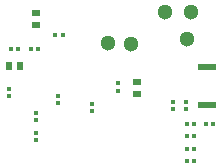
<source format=gtp>
%FSLAX25Y25*%
%MOIN*%
G70*
G01*
G75*
G04 Layer_Color=8421504*
%ADD10C,0.05118*%
%ADD11R,0.02559X0.02165*%
%ADD12R,0.02165X0.02559*%
%ADD13R,0.01378X0.01378*%
%ADD14R,0.05906X0.02165*%
%ADD15R,0.01378X0.01378*%
%ADD16C,0.03150*%
%ADD17C,0.00787*%
%ADD18C,0.01969*%
%ADD19C,0.03937*%
%ADD20O,0.05000X0.03500*%
%ADD21C,0.05906*%
%ADD22C,0.03150*%
%ADD23C,0.01969*%
%ADD24C,0.03937*%
%ADD25R,0.02362X0.00787*%
%ADD26R,0.03150X0.00787*%
%ADD27R,0.00787X0.02362*%
%ADD28R,0.00787X0.03150*%
%ADD29R,0.05118X0.05118*%
%ADD30R,0.01575X0.03937*%
%ADD31R,0.05000X0.03600*%
%ADD32R,0.03600X0.03600*%
%ADD33R,0.01378X0.11811*%
%ADD34C,0.01575*%
%ADD35C,0.00500*%
%ADD36C,0.00591*%
%ADD37C,0.00394*%
D10*
X67610Y54110D02*
D03*
X66160Y45070D02*
D03*
X47490Y43590D02*
D03*
X40050Y43790D02*
D03*
X59030Y54240D02*
D03*
D11*
X49690Y30977D02*
D03*
Y27040D02*
D03*
X15880Y53987D02*
D03*
Y50050D02*
D03*
D12*
X6803Y36300D02*
D03*
X10740D02*
D03*
D13*
X16009Y18110D02*
D03*
Y20472D02*
D03*
Y11417D02*
D03*
Y13780D02*
D03*
X23400Y23749D02*
D03*
Y26111D02*
D03*
X6940Y28531D02*
D03*
Y26169D02*
D03*
X65990Y21949D02*
D03*
Y24311D02*
D03*
X61730Y21949D02*
D03*
Y24311D02*
D03*
X43457Y28040D02*
D03*
Y30402D02*
D03*
X34770Y23671D02*
D03*
Y21309D02*
D03*
D14*
X72934Y23213D02*
D03*
Y35842D02*
D03*
D15*
X66230Y4570D02*
D03*
X68592D02*
D03*
X68631Y8580D02*
D03*
X66269D02*
D03*
X24821Y46420D02*
D03*
X22459D02*
D03*
X72609Y16850D02*
D03*
X74971D02*
D03*
X9941Y42010D02*
D03*
X7579D02*
D03*
X16791Y41900D02*
D03*
X14429D02*
D03*
X66269Y12830D02*
D03*
X68631D02*
D03*
Y16850D02*
D03*
X66269D02*
D03*
M02*

</source>
